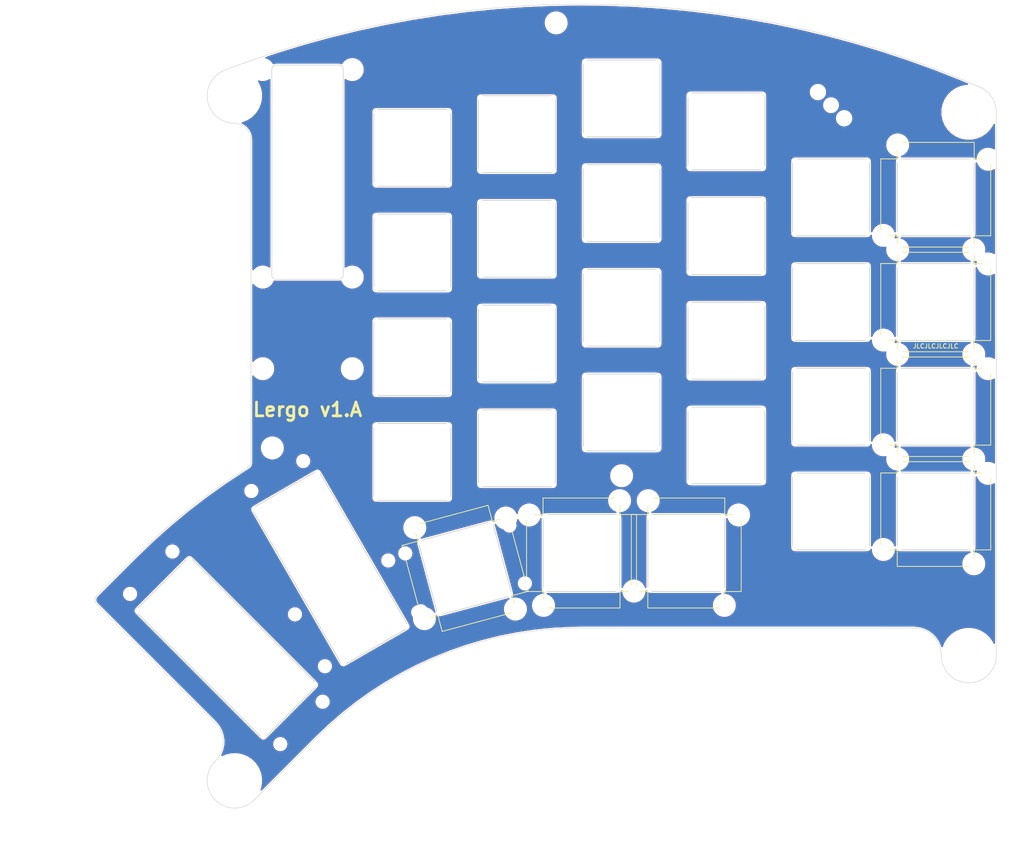
<source format=kicad_pcb>
(kicad_pcb (version 20171130) (host pcbnew 5.1.12-84ad8e8a86~92~ubuntu20.04.1)
  (title_block (title "Lergo default top plate, large cutouts") (date 2021-11-15) (rev v1.A) (company "Axel Voitier") (comment 1 "SPDX-License-Identifier: CERN-OHL-W-2.0") (comment 2 "Large cutouts variant") (comment 3 "Default Kyria layout variant"))
  (layers (0 F.Cu signal) (31 B.Cu signal) (34 B.Paste user hide) (35 F.Paste user hide) (36 B.SilkS user) (37 F.SilkS user) (38 B.Mask user hide) (39 F.Mask user hide) (44 Edge.Cuts user))
  (net 0 "")
  (module "Lergo Footprints:Arduino_ProMicro_Lergo_v1_TopPlate_Alu" (layer F.Cu) (at 111.9 58.3875)
    (fp_text reference SW2 hide)
    (fp_text value "PRO MICRO" hide)
    (fp_arc (start 5.7 9.14) (end 5.7 9.94) (angle -90) (layer Edge.Cuts) (width 0.12))
    (fp_arc (start -5.7 -28.26) (end -5.7 -29.06) (angle -90) (layer Edge.Cuts) (width 0.12))
    (fp_arc (start -5.7 9.14) (end -6.5 9.14) (angle -90) (layer Edge.Cuts) (width 0.12))
    (fp_arc (start 5.7 -28.26) (end 6.5 -28.26) (angle -90) (layer Edge.Cuts) (width 0.12))
    (fp_line (start -5.7 -29.06) (end 5.7 -29.06) (layer Edge.Cuts) (width 0.12))
    (fp_line (start 6.5 -28.26) (end 6.5 9.14) (layer Edge.Cuts) (width 0.12))
    (fp_line (start 5.7 9.94) (end -5.7 9.94) (layer Edge.Cuts) (width 0.12))
    (fp_line (start -6.5 9.14) (end -6.5 -28.26) (layer Edge.Cuts) (width 0.12))
    (pad "" np_thru_hole circle (at -8.14375 26.19375) (size 2 2) (drill 2) (layers *.Cu *.Mask) (clearance 1.1))
    (pad "" np_thru_hole circle (at 8.14375 -28.23) (size 2 2) (drill 2) (layers *.Cu *.Mask) (clearance 1.1))
    (pad "" np_thru_hole circle (at 8.14375 9.525) (size 2 2) (drill 2) (layers *.Cu *.Mask) (clearance 1.1))
    (pad "" np_thru_hole circle (at -8.14375 9.525) (size 2 2) (drill 2) (layers *.Cu *.Mask) (clearance 1.1))
    (pad "" np_thru_hole circle (at -8.14375 -28.23) (size 2 2) (drill 2) (layers *.Cu *.Mask) (clearance 1.1))
    (pad "" np_thru_hole circle (at 8.14375 26.19375) (size 2 2) (drill 2) (layers *.Cu *.Mask) (clearance 1.1))
  )
  (module "Lergo Footprints:CherryMX_Lergo_v1_TopPlate_2u_1u_Alu" (layer F.Cu) (at 116.057845 120.838155 210)
    (fp_text reference SW2 hide)
    (fp_text value KEY_SWITCH hide)
    (fp_arc (start 6.2 15.725) (end 6.2 16.525) (angle -90) (layer Edge.Cuts) (width 0.15))
    (fp_arc (start -6.2 15.725) (end -7 15.725) (angle -90) (layer Edge.Cuts) (width 0.15))
    (fp_arc (start -6.2 -15.725) (end -6.2 -16.525) (angle -90) (layer Edge.Cuts) (width 0.15))
    (fp_arc (start 6.2 -15.725) (end 7 -15.725) (angle -90) (layer Edge.Cuts) (width 0.15))
    (fp_line (start 7 15.725) (end 7 0) (layer Edge.Cuts) (width 0.15))
    (fp_line (start -6.2 16.525) (end 6.2 16.525) (layer Edge.Cuts) (width 0.15))
    (fp_line (start -7 0) (end -7 15.725) (layer Edge.Cuts) (width 0.15))
    (fp_line (start 7 0) (end 7 -15.725) (layer Edge.Cuts) (width 0.15))
    (fp_line (start 6.2 -16.525) (end -6.2 -16.525) (layer Edge.Cuts) (width 0.15))
    (fp_line (start -7 -15.725) (end -7 0) (layer Edge.Cuts) (width 0.15))
    (pad "" np_thru_hole circle (at 6.56 16.085 30) (size 1 1) (drill 1) (layers *.Cu))
    (pad "" np_thru_hole circle (at -6.56 16.085 30) (size 1 1) (drill 1) (layers *.Cu))
    (pad "" np_thru_hole circle (at -6.56 -16.085 210) (size 1 1) (drill 1) (layers *.Cu))
    (pad "" np_thru_hole circle (at 6.56 -16.085 210) (size 1 1) (drill 1) (layers *.Cu))
  )
  (module "Lergo Footprints:CherryMX_Lergo_v1_TopPlate_2u_1u_Alu" (layer F.Cu) (at 97.135413 135.364647 225)
    (fp_text reference SW2 hide)
    (fp_text value KEY_SWITCH hide)
    (fp_arc (start 6.2 15.725) (end 6.2 16.525) (angle -90) (layer Edge.Cuts) (width 0.15))
    (fp_arc (start -6.2 15.725) (end -7 15.725) (angle -90) (layer Edge.Cuts) (width 0.15))
    (fp_arc (start -6.2 -15.725) (end -6.2 -16.525) (angle -90) (layer Edge.Cuts) (width 0.15))
    (fp_arc (start 6.2 -15.725) (end 7 -15.725) (angle -90) (layer Edge.Cuts) (width 0.15))
    (fp_line (start 7 15.725) (end 7 0) (layer Edge.Cuts) (width 0.15))
    (fp_line (start -6.2 16.525) (end 6.2 16.525) (layer Edge.Cuts) (width 0.15))
    (fp_line (start -7 0) (end -7 15.725) (layer Edge.Cuts) (width 0.15))
    (fp_line (start 7 0) (end 7 -15.725) (layer Edge.Cuts) (width 0.15))
    (fp_line (start 6.2 -16.525) (end -6.2 -16.525) (layer Edge.Cuts) (width 0.15))
    (fp_line (start -7 -15.725) (end -7 0) (layer Edge.Cuts) (width 0.15))
    (pad "" np_thru_hole circle (at 6.56 16.085 45) (size 1 1) (drill 1) (layers *.Cu))
    (pad "" np_thru_hole circle (at -6.56 16.085 45) (size 1 1) (drill 1) (layers *.Cu))
    (pad "" np_thru_hole circle (at -6.56 -16.085 225) (size 1 1) (drill 1) (layers *.Cu))
    (pad "" np_thru_hole circle (at 6.56 -16.085 225) (size 1 1) (drill 1) (layers *.Cu))
  )
  (module "Lergo Footprints:CherryMX_Lergo_v1_TopPlate_1u_Drilled_Alu" (layer F.Cu) (at 180.81 118.12)
    (fp_text reference SW2 hide)
    (fp_text value KEY_SWITCH hide)
    (fp_arc (start -6.2 6.2) (end -7 6.2) (angle -90) (layer Edge.Cuts) (width 0.15))
    (fp_arc (start 6.2 -6.2) (end 7 -6.2) (angle -90) (layer Edge.Cuts) (width 0.15))
    (fp_arc (start 6.2 6.2) (end 6.2 7) (angle -90) (layer Edge.Cuts) (width 0.15))
    (fp_arc (start -6.2 -6.2) (end -6.2 -7) (angle -90) (layer Edge.Cuts) (width 0.15))
    (fp_line (start -7 -6.2) (end -7 6.2) (layer Edge.Cuts) (width 0.15))
    (fp_line (start 7 6.2) (end 7 -6.2) (layer Edge.Cuts) (width 0.15))
    (fp_line (start 6.2 -7) (end -6.2 -7) (layer Edge.Cuts) (width 0.15))
    (fp_line (start -6.2 7) (end 6.2 7) (layer Edge.Cuts) (width 0.15))
    (pad "" np_thru_hole circle (at 6.56 6.56) (size 1 1) (drill 1) (layers *.Cu))
    (pad "" np_thru_hole circle (at -6.56 6.56) (size 1 1) (drill 1) (layers *.Cu))
    (pad "" np_thru_hole circle (at -6.56 -6.56) (size 1 1) (drill 1) (layers *.Cu))
    (pad "" np_thru_hole circle (at 6.56 -6.56) (size 1 1) (drill 1) (layers *.Cu))
    (pad "" np_thru_hole circle (at -9.525 6.92375 90) (size 2 2) (drill 2) (layers *.Cu *.Mask) (clearance 1.1))
    (pad "" np_thru_hole circle (at 9.525 -6.92375 90) (size 2 2) (drill 2) (layers *.Cu *.Mask) (clearance 1.1))
    (pad "" np_thru_hole circle (at 6.92375 9.525) (size 2 2) (drill 2) (layers *.Cu *.Mask) (clearance 1.1))
    (pad "" np_thru_hole circle (at -6.92375 -9.525) (size 2 2) (drill 2) (layers *.Cu *.Mask) (clearance 1.1))
  )
  (module "Lergo Footprints:CherryMX_Lergo_v1_TopPlate_1u_Drilled_Alu" (layer B.Cu) (at 161.76 118.12)
    (fp_text reference SW2 hide)
    (fp_text value KEY_SWITCH hide)
    (fp_arc (start -6.2 -6.2) (end -7 -6.2) (angle 90) (layer Edge.Cuts) (width 0.15))
    (fp_arc (start 6.2 6.2) (end 7 6.2) (angle 90) (layer Edge.Cuts) (width 0.15))
    (fp_arc (start 6.2 -6.2) (end 6.2 -7) (angle 90) (layer Edge.Cuts) (width 0.15))
    (fp_arc (start -6.2 6.2) (end -6.2 7) (angle 90) (layer Edge.Cuts) (width 0.15))
    (fp_line (start -7 6.2) (end -7 -6.2) (layer Edge.Cuts) (width 0.15))
    (fp_line (start 7 -6.2) (end 7 6.2) (layer Edge.Cuts) (width 0.15))
    (fp_line (start 6.2 7) (end -6.2 7) (layer Edge.Cuts) (width 0.15))
    (fp_line (start -6.2 -7) (end 6.2 -7) (layer Edge.Cuts) (width 0.15))
    (pad "" np_thru_hole circle (at 6.56 -6.56) (size 1 1) (drill 1) (layers *.Cu))
    (pad "" np_thru_hole circle (at -6.56 -6.56) (size 1 1) (drill 1) (layers *.Cu))
    (pad "" np_thru_hole circle (at -6.56 6.56) (size 1 1) (drill 1) (layers *.Cu))
    (pad "" np_thru_hole circle (at 6.56 6.56) (size 1 1) (drill 1) (layers *.Cu))
    (pad "" np_thru_hole circle (at -9.525 -6.92375 270) (size 2 2) (drill 2) (layers *.Cu *.Mask) (clearance 1.1))
    (pad "" np_thru_hole circle (at 9.525 6.92375 270) (size 2 2) (drill 2) (layers *.Cu *.Mask) (clearance 1.1))
    (pad "" np_thru_hole circle (at 6.92375 -9.525) (size 2 2) (drill 2) (layers *.Cu *.Mask) (clearance 1.1))
    (pad "" np_thru_hole circle (at -6.92375 9.525) (size 2 2) (drill 2) (layers *.Cu *.Mask) (clearance 1.1))
  )
  (module "Lergo Footprints:CherryMX_Lergo_v1_TopPlate_1u_Drilled_Alu" (layer F.Cu) (at 140.575 120.91 15)
    (fp_text reference SW2 hide)
    (fp_text value KEY_SWITCH hide)
    (fp_arc (start -6.2 6.2) (end -7 6.2) (angle -90) (layer Edge.Cuts) (width 0.15))
    (fp_arc (start 6.2 -6.2) (end 7 -6.2) (angle -90) (layer Edge.Cuts) (width 0.15))
    (fp_arc (start 6.2 6.2) (end 6.2 7) (angle -90) (layer Edge.Cuts) (width 0.15))
    (fp_arc (start -6.2 -6.2) (end -6.2 -7) (angle -90) (layer Edge.Cuts) (width 0.15))
    (fp_line (start -7 -6.2) (end -7 6.2) (layer Edge.Cuts) (width 0.15))
    (fp_line (start 7 6.2) (end 7 -6.2) (layer Edge.Cuts) (width 0.15))
    (fp_line (start 6.2 -7) (end -6.2 -7) (layer Edge.Cuts) (width 0.15))
    (fp_line (start -6.2 7) (end 6.2 7) (layer Edge.Cuts) (width 0.15))
    (pad "" np_thru_hole circle (at 6.56 6.56 15) (size 1 1) (drill 1) (layers *.Cu))
    (pad "" np_thru_hole circle (at -6.56 6.56 15) (size 1 1) (drill 1) (layers *.Cu))
    (pad "" np_thru_hole circle (at -6.56 -6.56 15) (size 1 1) (drill 1) (layers *.Cu))
    (pad "" np_thru_hole circle (at 6.56 -6.56 15) (size 1 1) (drill 1) (layers *.Cu))
    (pad "" np_thru_hole circle (at -9.525 6.92375 105) (size 2 2) (drill 2) (layers *.Cu *.Mask) (clearance 1.1))
    (pad "" np_thru_hole circle (at 9.525 -6.92375 105) (size 2 2) (drill 2) (layers *.Cu *.Mask) (clearance 1.1))
    (pad "" np_thru_hole circle (at 6.92375 9.525 15) (size 2 2) (drill 2) (layers *.Cu *.Mask) (clearance 1.1))
    (pad "" np_thru_hole circle (at -6.92375 -9.525 15) (size 2 2) (drill 2) (layers *.Cu *.Mask) (clearance 1.1))
  )
  (module "Lergo Footprints:CherryMX_Lergo_v1_TopPlate_1u_Drilled_Alu" (layer F.Cu) (at 226.2 110.55)
    (fp_text reference SW2 hide)
    (fp_text value KEY_SWITCH hide)
    (fp_arc (start -6.2 6.2) (end -7 6.2) (angle -90) (layer Edge.Cuts) (width 0.15))
    (fp_arc (start 6.2 -6.2) (end 7 -6.2) (angle -90) (layer Edge.Cuts) (width 0.15))
    (fp_arc (start 6.2 6.2) (end 6.2 7) (angle -90) (layer Edge.Cuts) (width 0.15))
    (fp_arc (start -6.2 -6.2) (end -6.2 -7) (angle -90) (layer Edge.Cuts) (width 0.15))
    (fp_line (start -7 -6.2) (end -7 6.2) (layer Edge.Cuts) (width 0.15))
    (fp_line (start 7 6.2) (end 7 -6.2) (layer Edge.Cuts) (width 0.15))
    (fp_line (start 6.2 -7) (end -6.2 -7) (layer Edge.Cuts) (width 0.15))
    (fp_line (start -6.2 7) (end 6.2 7) (layer Edge.Cuts) (width 0.15))
    (pad "" np_thru_hole circle (at 6.56 6.56) (size 1 1) (drill 1) (layers *.Cu))
    (pad "" np_thru_hole circle (at -6.56 6.56) (size 1 1) (drill 1) (layers *.Cu))
    (pad "" np_thru_hole circle (at -6.56 -6.56) (size 1 1) (drill 1) (layers *.Cu))
    (pad "" np_thru_hole circle (at 6.56 -6.56) (size 1 1) (drill 1) (layers *.Cu))
    (pad "" np_thru_hole circle (at -9.525 6.92375 90) (size 2 2) (drill 2) (layers *.Cu *.Mask) (clearance 1.1))
    (pad "" np_thru_hole circle (at 9.525 -6.92375 90) (size 2 2) (drill 2) (layers *.Cu *.Mask) (clearance 1.1))
    (pad "" np_thru_hole circle (at 6.92375 9.525) (size 2 2) (drill 2) (layers *.Cu *.Mask) (clearance 1.1))
    (pad "" np_thru_hole circle (at -6.92375 -9.525) (size 2 2) (drill 2) (layers *.Cu *.Mask) (clearance 1.1))
  )
  (module "Lergo Footprints:CherryMX_Lergo_v1_TopPlate_1u_Drilled_Alu" (layer F.Cu) (at 226.2 91.5)
    (fp_text reference SW2 hide)
    (fp_text value KEY_SWITCH hide)
    (fp_arc (start -6.2 6.2) (end -7 6.2) (angle -90) (layer Edge.Cuts) (width 0.15))
    (fp_arc (start 6.2 -6.2) (end 7 -6.2) (angle -90) (layer Edge.Cuts) (width 0.15))
    (fp_arc (start 6.2 6.2) (end 6.2 7) (angle -90) (layer Edge.Cuts) (width 0.15))
    (fp_arc (start -6.2 -6.2) (end -6.2 -7) (angle -90) (layer Edge.Cuts) (width 0.15))
    (fp_line (start -7 -6.2) (end -7 6.2) (layer Edge.Cuts) (width 0.15))
    (fp_line (start 7 6.2) (end 7 -6.2) (layer Edge.Cuts) (width 0.15))
    (fp_line (start 6.2 -7) (end -6.2 -7) (layer Edge.Cuts) (width 0.15))
    (fp_line (start -6.2 7) (end 6.2 7) (layer Edge.Cuts) (width 0.15))
    (pad "" np_thru_hole circle (at 6.56 6.56) (size 1 1) (drill 1) (layers *.Cu))
    (pad "" np_thru_hole circle (at -6.56 6.56) (size 1 1) (drill 1) (layers *.Cu))
    (pad "" np_thru_hole circle (at -6.56 -6.56) (size 1 1) (drill 1) (layers *.Cu))
    (pad "" np_thru_hole circle (at 6.56 -6.56) (size 1 1) (drill 1) (layers *.Cu))
    (pad "" np_thru_hole circle (at -9.525 6.92375 90) (size 2 2) (drill 2) (layers *.Cu *.Mask) (clearance 1.1))
    (pad "" np_thru_hole circle (at 9.525 -6.92375 90) (size 2 2) (drill 2) (layers *.Cu *.Mask) (clearance 1.1))
    (pad "" np_thru_hole circle (at 6.92375 9.525) (size 2 2) (drill 2) (layers *.Cu *.Mask) (clearance 1.1))
    (pad "" np_thru_hole circle (at -6.92375 -9.525) (size 2 2) (drill 2) (layers *.Cu *.Mask) (clearance 1.1))
  )
  (module "Lergo Footprints:CherryMX_Lergo_v1_TopPlate_1u_Drilled_Alu" (layer F.Cu) (at 226.2 72.45)
    (fp_text reference SW2 hide)
    (fp_text value KEY_SWITCH hide)
    (fp_arc (start -6.2 6.2) (end -7 6.2) (angle -90) (layer Edge.Cuts) (width 0.15))
    (fp_arc (start 6.2 -6.2) (end 7 -6.2) (angle -90) (layer Edge.Cuts) (width 0.15))
    (fp_arc (start 6.2 6.2) (end 6.2 7) (angle -90) (layer Edge.Cuts) (width 0.15))
    (fp_arc (start -6.2 -6.2) (end -6.2 -7) (angle -90) (layer Edge.Cuts) (width 0.15))
    (fp_line (start -7 -6.2) (end -7 6.2) (layer Edge.Cuts) (width 0.15))
    (fp_line (start 7 6.2) (end 7 -6.2) (layer Edge.Cuts) (width 0.15))
    (fp_line (start 6.2 -7) (end -6.2 -7) (layer Edge.Cuts) (width 0.15))
    (fp_line (start -6.2 7) (end 6.2 7) (layer Edge.Cuts) (width 0.15))
    (pad "" np_thru_hole circle (at 6.56 6.56) (size 1 1) (drill 1) (layers *.Cu))
    (pad "" np_thru_hole circle (at -6.56 6.56) (size 1 1) (drill 1) (layers *.Cu))
    (pad "" np_thru_hole circle (at -6.56 -6.56) (size 1 1) (drill 1) (layers *.Cu))
    (pad "" np_thru_hole circle (at 6.56 -6.56) (size 1 1) (drill 1) (layers *.Cu))
    (pad "" np_thru_hole circle (at -9.525 6.92375 90) (size 2 2) (drill 2) (layers *.Cu *.Mask) (clearance 1.1))
    (pad "" np_thru_hole circle (at 9.525 -6.92375 90) (size 2 2) (drill 2) (layers *.Cu *.Mask) (clearance 1.1))
    (pad "" np_thru_hole circle (at 6.92375 9.525) (size 2 2) (drill 2) (layers *.Cu *.Mask) (clearance 1.1))
    (pad "" np_thru_hole circle (at -6.92375 -9.525) (size 2 2) (drill 2) (layers *.Cu *.Mask) (clearance 1.1))
  )
  (module "Lergo Footprints:CherryMX_Lergo_v1_TopPlate_1u_Drilled_Alu" (layer F.Cu) (at 226.2 53.4)
    (fp_text reference SW2 hide)
    (fp_text value KEY_SWITCH hide)
    (fp_arc (start -6.2 6.2) (end -7 6.2) (angle -90) (layer Edge.Cuts) (width 0.15))
    (fp_arc (start 6.2 -6.2) (end 7 -6.2) (angle -90) (layer Edge.Cuts) (width 0.15))
    (fp_arc (start 6.2 6.2) (end 6.2 7) (angle -90) (layer Edge.Cuts) (width 0.15))
    (fp_arc (start -6.2 -6.2) (end -6.2 -7) (angle -90) (layer Edge.Cuts) (width 0.15))
    (fp_line (start -7 -6.2) (end -7 6.2) (layer Edge.Cuts) (width 0.15))
    (fp_line (start 7 6.2) (end 7 -6.2) (layer Edge.Cuts) (width 0.15))
    (fp_line (start 6.2 -7) (end -6.2 -7) (layer Edge.Cuts) (width 0.15))
    (fp_line (start -6.2 7) (end 6.2 7) (layer Edge.Cuts) (width 0.15))
    (pad "" np_thru_hole circle (at 6.56 6.56) (size 1 1) (drill 1) (layers *.Cu))
    (pad "" np_thru_hole circle (at -6.56 6.56) (size 1 1) (drill 1) (layers *.Cu))
    (pad "" np_thru_hole circle (at -6.56 -6.56) (size 1 1) (drill 1) (layers *.Cu))
    (pad "" np_thru_hole circle (at 6.56 -6.56) (size 1 1) (drill 1) (layers *.Cu))
    (pad "" np_thru_hole circle (at -9.525 6.92375 90) (size 2 2) (drill 2) (layers *.Cu *.Mask) (clearance 1.1))
    (pad "" np_thru_hole circle (at 9.525 -6.92375 90) (size 2 2) (drill 2) (layers *.Cu *.Mask) (clearance 1.1))
    (pad "" np_thru_hole circle (at 6.92375 9.525) (size 2 2) (drill 2) (layers *.Cu *.Mask) (clearance 1.1))
    (pad "" np_thru_hole circle (at -6.92375 -9.525) (size 2 2) (drill 2) (layers *.Cu *.Mask) (clearance 1.1))
  )
  (module "Lergo Footprints:CherryMX_Lergo_v1_TopPlate_1u_Alu" (layer F.Cu) (at 150 60.95)
    (fp_text reference SW2 hide)
    (fp_text value KEY_SWITCH hide)
    (fp_arc (start 6.2 -6.2) (end 7 -6.2) (angle -90) (layer Edge.Cuts) (width 0.15))
    (fp_arc (start -6.2 6.2) (end -7 6.2) (angle -90) (layer Edge.Cuts) (width 0.15))
    (fp_arc (start 6.2 6.2) (end 6.2 7) (angle -90) (layer Edge.Cuts) (width 0.15))
    (fp_arc (start -6.2 -6.2) (end -6.2 -7) (angle -90) (layer Edge.Cuts) (width 0.15))
    (fp_line (start -7 -6.2) (end -7 6.2) (layer Edge.Cuts) (width 0.15))
    (fp_line (start -6.2 7) (end 6.2 7) (layer Edge.Cuts) (width 0.15))
    (fp_line (start 7 6.2) (end 7 -6.2) (layer Edge.Cuts) (width 0.15))
    (fp_line (start 6.2 -7) (end -6.2 -7) (layer Edge.Cuts) (width 0.15))
    (pad "" np_thru_hole circle (at 6.56 -6.56) (size 1 1) (drill 1) (layers *.Cu))
    (pad "" np_thru_hole circle (at -6.56 -6.56) (size 1 1) (drill 1) (layers *.Cu))
    (pad "" np_thru_hole circle (at 6.56 6.56) (size 1 1) (drill 1) (layers *.Cu))
    (pad "" np_thru_hole circle (at -6.56 6.56) (size 1 1) (drill 1) (layers *.Cu))
  )
  (module "Lergo Footprints:CherryMX_Lergo_v1_TopPlate_1u_Alu" (layer F.Cu) (at 207.15 72.45)
    (fp_text reference SW2 hide)
    (fp_text value KEY_SWITCH hide)
    (fp_arc (start 6.2 -6.2) (end 7 -6.2) (angle -90) (layer Edge.Cuts) (width 0.15))
    (fp_arc (start -6.2 6.2) (end -7 6.2) (angle -90) (layer Edge.Cuts) (width 0.15))
    (fp_arc (start 6.2 6.2) (end 6.2 7) (angle -90) (layer Edge.Cuts) (width 0.15))
    (fp_arc (start -6.2 -6.2) (end -6.2 -7) (angle -90) (layer Edge.Cuts) (width 0.15))
    (fp_line (start -7 -6.2) (end -7 6.2) (layer Edge.Cuts) (width 0.15))
    (fp_line (start -6.2 7) (end 6.2 7) (layer Edge.Cuts) (width 0.15))
    (fp_line (start 7 6.2) (end 7 -6.2) (layer Edge.Cuts) (width 0.15))
    (fp_line (start 6.2 -7) (end -6.2 -7) (layer Edge.Cuts) (width 0.15))
    (pad "" np_thru_hole circle (at 6.56 -6.56) (size 1 1) (drill 1) (layers *.Cu))
    (pad "" np_thru_hole circle (at -6.56 -6.56) (size 1 1) (drill 1) (layers *.Cu))
    (pad "" np_thru_hole circle (at 6.56 6.56) (size 1 1) (drill 1) (layers *.Cu))
    (pad "" np_thru_hole circle (at -6.56 6.56) (size 1 1) (drill 1) (layers *.Cu))
  )
  (module "Lergo Footprints:CherryMX_Lergo_v1_TopPlate_1u_Alu" (layer F.Cu) (at 207.15 91.5)
    (fp_text reference SW2 hide)
    (fp_text value KEY_SWITCH hide)
    (fp_arc (start 6.2 -6.2) (end 7 -6.2) (angle -90) (layer Edge.Cuts) (width 0.15))
    (fp_arc (start -6.2 6.2) (end -7 6.2) (angle -90) (layer Edge.Cuts) (width 0.15))
    (fp_arc (start 6.2 6.2) (end 6.2 7) (angle -90) (layer Edge.Cuts) (width 0.15))
    (fp_arc (start -6.2 -6.2) (end -6.2 -7) (angle -90) (layer Edge.Cuts) (width 0.15))
    (fp_line (start -7 -6.2) (end -7 6.2) (layer Edge.Cuts) (width 0.15))
    (fp_line (start -6.2 7) (end 6.2 7) (layer Edge.Cuts) (width 0.15))
    (fp_line (start 7 6.2) (end 7 -6.2) (layer Edge.Cuts) (width 0.15))
    (fp_line (start 6.2 -7) (end -6.2 -7) (layer Edge.Cuts) (width 0.15))
    (pad "" np_thru_hole circle (at 6.56 -6.56) (size 1 1) (drill 1) (layers *.Cu))
    (pad "" np_thru_hole circle (at -6.56 -6.56) (size 1 1) (drill 1) (layers *.Cu))
    (pad "" np_thru_hole circle (at 6.56 6.56) (size 1 1) (drill 1) (layers *.Cu))
    (pad "" np_thru_hole circle (at -6.56 6.56) (size 1 1) (drill 1) (layers *.Cu))
  )
  (module "Lergo Footprints:CherryMX_Lergo_v1_TopPlate_1u_Alu" (layer F.Cu) (at 188.1 79.5)
    (fp_text reference SW2 hide)
    (fp_text value KEY_SWITCH hide)
    (fp_arc (start 6.2 -6.2) (end 7 -6.2) (angle -90) (layer Edge.Cuts) (width 0.15))
    (fp_arc (start -6.2 6.2) (end -7 6.2) (angle -90) (layer Edge.Cuts) (width 0.15))
    (fp_arc (start 6.2 6.2) (end 6.2 7) (angle -90) (layer Edge.Cuts) (width 0.15))
    (fp_arc (start -6.2 -6.2) (end -6.2 -7) (angle -90) (layer Edge.Cuts) (width 0.15))
    (fp_line (start -7 -6.2) (end -7 6.2) (layer Edge.Cuts) (width 0.15))
    (fp_line (start -6.2 7) (end 6.2 7) (layer Edge.Cuts) (width 0.15))
    (fp_line (start 7 6.2) (end 7 -6.2) (layer Edge.Cuts) (width 0.15))
    (fp_line (start 6.2 -7) (end -6.2 -7) (layer Edge.Cuts) (width 0.15))
    (pad "" np_thru_hole circle (at 6.56 -6.56) (size 1 1) (drill 1) (layers *.Cu))
    (pad "" np_thru_hole circle (at -6.56 -6.56) (size 1 1) (drill 1) (layers *.Cu))
    (pad "" np_thru_hole circle (at 6.56 6.56) (size 1 1) (drill 1) (layers *.Cu))
    (pad "" np_thru_hole circle (at -6.56 6.56) (size 1 1) (drill 1) (layers *.Cu))
  )
  (module "Lergo Footprints:CherryMX_Lergo_v1_TopPlate_1u_Alu" (layer F.Cu) (at 169.05 73.5)
    (fp_text reference SW2 hide)
    (fp_text value KEY_SWITCH hide)
    (fp_arc (start 6.2 -6.2) (end 7 -6.2) (angle -90) (layer Edge.Cuts) (width 0.15))
    (fp_arc (start -6.2 6.2) (end -7 6.2) (angle -90) (layer Edge.Cuts) (width 0.15))
    (fp_arc (start 6.2 6.2) (end 6.2 7) (angle -90) (layer Edge.Cuts) (width 0.15))
    (fp_arc (start -6.2 -6.2) (end -6.2 -7) (angle -90) (layer Edge.Cuts) (width 0.15))
    (fp_line (start -7 -6.2) (end -7 6.2) (layer Edge.Cuts) (width 0.15))
    (fp_line (start -6.2 7) (end 6.2 7) (layer Edge.Cuts) (width 0.15))
    (fp_line (start 7 6.2) (end 7 -6.2) (layer Edge.Cuts) (width 0.15))
    (fp_line (start 6.2 -7) (end -6.2 -7) (layer Edge.Cuts) (width 0.15))
    (pad "" np_thru_hole circle (at 6.56 -6.56) (size 1 1) (drill 1) (layers *.Cu))
    (pad "" np_thru_hole circle (at -6.56 -6.56) (size 1 1) (drill 1) (layers *.Cu))
    (pad "" np_thru_hole circle (at 6.56 6.56) (size 1 1) (drill 1) (layers *.Cu))
    (pad "" np_thru_hole circle (at -6.56 6.56) (size 1 1) (drill 1) (layers *.Cu))
  )
  (module "Lergo Footprints:CherryMX_Lergo_v1_TopPlate_1u_Alu" (layer F.Cu) (at 130.95 82.5)
    (fp_text reference SW2 hide)
    (fp_text value KEY_SWITCH hide)
    (fp_arc (start 6.2 -6.2) (end 7 -6.2) (angle -90) (layer Edge.Cuts) (width 0.15))
    (fp_arc (start -6.2 6.2) (end -7 6.2) (angle -90) (layer Edge.Cuts) (width 0.15))
    (fp_arc (start 6.2 6.2) (end 6.2 7) (angle -90) (layer Edge.Cuts) (width 0.15))
    (fp_arc (start -6.2 -6.2) (end -6.2 -7) (angle -90) (layer Edge.Cuts) (width 0.15))
    (fp_line (start -7 -6.2) (end -7 6.2) (layer Edge.Cuts) (width 0.15))
    (fp_line (start -6.2 7) (end 6.2 7) (layer Edge.Cuts) (width 0.15))
    (fp_line (start 7 6.2) (end 7 -6.2) (layer Edge.Cuts) (width 0.15))
    (fp_line (start 6.2 -7) (end -6.2 -7) (layer Edge.Cuts) (width 0.15))
    (pad "" np_thru_hole circle (at 6.56 -6.56) (size 1 1) (drill 1) (layers *.Cu))
    (pad "" np_thru_hole circle (at -6.56 -6.56) (size 1 1) (drill 1) (layers *.Cu))
    (pad "" np_thru_hole circle (at 6.56 6.56) (size 1 1) (drill 1) (layers *.Cu))
    (pad "" np_thru_hole circle (at -6.56 6.56) (size 1 1) (drill 1) (layers *.Cu))
  )
  (module "Lergo Footprints:CherryMX_Lergo_v1_TopPlate_1u_Alu" (layer F.Cu) (at 150 80)
    (fp_text reference SW2 hide)
    (fp_text value KEY_SWITCH hide)
    (fp_arc (start 6.2 -6.2) (end 7 -6.2) (angle -90) (layer Edge.Cuts) (width 0.15))
    (fp_arc (start -6.2 6.2) (end -7 6.2) (angle -90) (layer Edge.Cuts) (width 0.15))
    (fp_arc (start 6.2 6.2) (end 6.2 7) (angle -90) (layer Edge.Cuts) (width 0.15))
    (fp_arc (start -6.2 -6.2) (end -6.2 -7) (angle -90) (layer Edge.Cuts) (width 0.15))
    (fp_line (start -7 -6.2) (end -7 6.2) (layer Edge.Cuts) (width 0.15))
    (fp_line (start -6.2 7) (end 6.2 7) (layer Edge.Cuts) (width 0.15))
    (fp_line (start 7 6.2) (end 7 -6.2) (layer Edge.Cuts) (width 0.15))
    (fp_line (start 6.2 -7) (end -6.2 -7) (layer Edge.Cuts) (width 0.15))
    (pad "" np_thru_hole circle (at 6.56 -6.56) (size 1 1) (drill 1) (layers *.Cu))
    (pad "" np_thru_hole circle (at -6.56 -6.56) (size 1 1) (drill 1) (layers *.Cu))
    (pad "" np_thru_hole circle (at 6.56 6.56) (size 1 1) (drill 1) (layers *.Cu))
    (pad "" np_thru_hole circle (at -6.56 6.56) (size 1 1) (drill 1) (layers *.Cu))
  )
  (module "Lergo Footprints:CherryMX_Lergo_v1_TopPlate_1u_Alu" (layer F.Cu) (at 130.95 101.55)
    (fp_text reference SW2 hide)
    (fp_text value KEY_SWITCH hide)
    (fp_arc (start 6.2 -6.2) (end 7 -6.2) (angle -90) (layer Edge.Cuts) (width 0.15))
    (fp_arc (start -6.2 6.2) (end -7 6.2) (angle -90) (layer Edge.Cuts) (width 0.15))
    (fp_arc (start 6.2 6.2) (end 6.2 7) (angle -90) (layer Edge.Cuts) (width 0.15))
    (fp_arc (start -6.2 -6.2) (end -6.2 -7) (angle -90) (layer Edge.Cuts) (width 0.15))
    (fp_line (start -7 -6.2) (end -7 6.2) (layer Edge.Cuts) (width 0.15))
    (fp_line (start -6.2 7) (end 6.2 7) (layer Edge.Cuts) (width 0.15))
    (fp_line (start 7 6.2) (end 7 -6.2) (layer Edge.Cuts) (width 0.15))
    (fp_line (start 6.2 -7) (end -6.2 -7) (layer Edge.Cuts) (width 0.15))
    (pad "" np_thru_hole circle (at 6.56 -6.56) (size 1 1) (drill 1) (layers *.Cu))
    (pad "" np_thru_hole circle (at -6.56 -6.56) (size 1 1) (drill 1) (layers *.Cu))
    (pad "" np_thru_hole circle (at 6.56 6.56) (size 1 1) (drill 1) (layers *.Cu))
    (pad "" np_thru_hole circle (at -6.56 6.56) (size 1 1) (drill 1) (layers *.Cu))
  )
  (module "Lergo Footprints:CherryMX_Lergo_v1_TopPlate_1u_Alu" (layer F.Cu) (at 130.95 63.45)
    (fp_text reference SW2 hide)
    (fp_text value KEY_SWITCH hide)
    (fp_arc (start 6.2 -6.2) (end 7 -6.2) (angle -90) (layer Edge.Cuts) (width 0.15))
    (fp_arc (start -6.2 6.2) (end -7 6.2) (angle -90) (layer Edge.Cuts) (width 0.15))
    (fp_arc (start 6.2 6.2) (end 6.2 7) (angle -90) (layer Edge.Cuts) (width 0.15))
    (fp_arc (start -6.2 -6.2) (end -6.2 -7) (angle -90) (layer Edge.Cuts) (width 0.15))
    (fp_line (start -7 -6.2) (end -7 6.2) (layer Edge.Cuts) (width 0.15))
    (fp_line (start -6.2 7) (end 6.2 7) (layer Edge.Cuts) (width 0.15))
    (fp_line (start 7 6.2) (end 7 -6.2) (layer Edge.Cuts) (width 0.15))
    (fp_line (start 6.2 -7) (end -6.2 -7) (layer Edge.Cuts) (width 0.15))
    (pad "" np_thru_hole circle (at 6.56 -6.56) (size 1 1) (drill 1) (layers *.Cu))
    (pad "" np_thru_hole circle (at -6.56 -6.56) (size 1 1) (drill 1) (layers *.Cu))
    (pad "" np_thru_hole circle (at 6.56 6.56) (size 1 1) (drill 1) (layers *.Cu))
    (pad "" np_thru_hole circle (at -6.56 6.56) (size 1 1) (drill 1) (layers *.Cu))
  )
  (module "Lergo Footprints:CherryMX_Lergo_v1_TopPlate_1u_Alu" (layer F.Cu) (at 150 41.9)
    (fp_text reference SW2 hide)
    (fp_text value KEY_SWITCH hide)
    (fp_arc (start 6.2 -6.2) (end 7 -6.2) (angle -90) (layer Edge.Cuts) (width 0.15))
    (fp_arc (start -6.2 6.2) (end -7 6.2) (angle -90) (layer Edge.Cuts) (width 0.15))
    (fp_arc (start 6.2 6.2) (end 6.2 7) (angle -90) (layer Edge.Cuts) (width 0.15))
    (fp_arc (start -6.2 -6.2) (end -6.2 -7) (angle -90) (layer Edge.Cuts) (width 0.15))
    (fp_line (start -7 -6.2) (end -7 6.2) (layer Edge.Cuts) (width 0.15))
    (fp_line (start -6.2 7) (end 6.2 7) (layer Edge.Cuts) (width 0.15))
    (fp_line (start 7 6.2) (end 7 -6.2) (layer Edge.Cuts) (width 0.15))
    (fp_line (start 6.2 -7) (end -6.2 -7) (layer Edge.Cuts) (width 0.15))
    (pad "" np_thru_hole circle (at 6.56 -6.56) (size 1 1) (drill 1) (layers *.Cu))
    (pad "" np_thru_hole circle (at -6.56 -6.56) (size 1 1) (drill 1) (layers *.Cu))
    (pad "" np_thru_hole circle (at 6.56 6.56) (size 1 1) (drill 1) (layers *.Cu))
    (pad "" np_thru_hole circle (at -6.56 6.56) (size 1 1) (drill 1) (layers *.Cu))
  )
  (module "Lergo Footprints:CherryMX_Lergo_v1_TopPlate_1u_Alu" (layer F.Cu) (at 169.05 92.55)
    (fp_text reference SW2 hide)
    (fp_text value KEY_SWITCH hide)
    (fp_arc (start 6.2 -6.2) (end 7 -6.2) (angle -90) (layer Edge.Cuts) (width 0.15))
    (fp_arc (start -6.2 6.2) (end -7 6.2) (angle -90) (layer Edge.Cuts) (width 0.15))
    (fp_arc (start 6.2 6.2) (end 6.2 7) (angle -90) (layer Edge.Cuts) (width 0.15))
    (fp_arc (start -6.2 -6.2) (end -6.2 -7) (angle -90) (layer Edge.Cuts) (width 0.15))
    (fp_line (start -7 -6.2) (end -7 6.2) (layer Edge.Cuts) (width 0.15))
    (fp_line (start -6.2 7) (end 6.2 7) (layer Edge.Cuts) (width 0.15))
    (fp_line (start 7 6.2) (end 7 -6.2) (layer Edge.Cuts) (width 0.15))
    (fp_line (start 6.2 -7) (end -6.2 -7) (layer Edge.Cuts) (width 0.15))
    (pad "" np_thru_hole circle (at 6.56 -6.56) (size 1 1) (drill 1) (layers *.Cu))
    (pad "" np_thru_hole circle (at -6.56 -6.56) (size 1 1) (drill 1) (layers *.Cu))
    (pad "" np_thru_hole circle (at 6.56 6.56) (size 1 1) (drill 1) (layers *.Cu))
    (pad "" np_thru_hole circle (at -6.56 6.56) (size 1 1) (drill 1) (layers *.Cu))
  )
  (module "Lergo Footprints:CherryMX_Lergo_v1_TopPlate_1u_Alu" (layer F.Cu) (at 169.05 54.45)
    (fp_text reference SW2 hide)
    (fp_text value KEY_SWITCH hide)
    (fp_arc (start 6.2 -6.2) (end 7 -6.2) (angle -90) (layer Edge.Cuts) (width 0.15))
    (fp_arc (start -6.2 6.2) (end -7 6.2) (angle -90) (layer Edge.Cuts) (width 0.15))
    (fp_arc (start 6.2 6.2) (end 6.2 7) (angle -90) (layer Edge.Cuts) (width 0.15))
    (fp_arc (start -6.2 -6.2) (end -6.2 -7) (angle -90) (layer Edge.Cuts) (width 0.15))
    (fp_line (start -7 -6.2) (end -7 6.2) (layer Edge.Cuts) (width 0.15))
    (fp_line (start -6.2 7) (end 6.2 7) (layer Edge.Cuts) (width 0.15))
    (fp_line (start 7 6.2) (end 7 -6.2) (layer Edge.Cuts) (width 0.15))
    (fp_line (start 6.2 -7) (end -6.2 -7) (layer Edge.Cuts) (width 0.15))
    (pad "" np_thru_hole circle (at 6.56 -6.56) (size 1 1) (drill 1) (layers *.Cu))
    (pad "" np_thru_hole circle (at -6.56 -6.56) (size 1 1) (drill 1) (layers *.Cu))
    (pad "" np_thru_hole circle (at 6.56 6.56) (size 1 1) (drill 1) (layers *.Cu))
    (pad "" np_thru_hole circle (at -6.56 6.56) (size 1 1) (drill 1) (layers *.Cu))
  )
  (module "Lergo Footprints:CherryMX_Lergo_v1_TopPlate_1u_Alu" (layer F.Cu) (at 169.05 35.4)
    (fp_text reference SW2 hide)
    (fp_text value KEY_SWITCH hide)
    (fp_arc (start 6.2 -6.2) (end 7 -6.2) (angle -90) (layer Edge.Cuts) (width 0.15))
    (fp_arc (start -6.2 6.2) (end -7 6.2) (angle -90) (layer Edge.Cuts) (width 0.15))
    (fp_arc (start 6.2 6.2) (end 6.2 7) (angle -90) (layer Edge.Cuts) (width 0.15))
    (fp_arc (start -6.2 -6.2) (end -6.2 -7) (angle -90) (layer Edge.Cuts) (width 0.15))
    (fp_line (start -7 -6.2) (end -7 6.2) (layer Edge.Cuts) (width 0.15))
    (fp_line (start -6.2 7) (end 6.2 7) (layer Edge.Cuts) (width 0.15))
    (fp_line (start 7 6.2) (end 7 -6.2) (layer Edge.Cuts) (width 0.15))
    (fp_line (start 6.2 -7) (end -6.2 -7) (layer Edge.Cuts) (width 0.15))
    (pad "" np_thru_hole circle (at 6.56 -6.56) (size 1 1) (drill 1) (layers *.Cu))
    (pad "" np_thru_hole circle (at -6.56 -6.56) (size 1 1) (drill 1) (layers *.Cu))
    (pad "" np_thru_hole circle (at 6.56 6.56) (size 1 1) (drill 1) (layers *.Cu))
    (pad "" np_thru_hole circle (at -6.56 6.56) (size 1 1) (drill 1) (layers *.Cu))
  )
  (module "Lergo Footprints:CherryMX_Lergo_v1_TopPlate_1u_Alu" (layer F.Cu) (at 188.1 98.55)
    (fp_text reference SW2 hide)
    (fp_text value KEY_SWITCH hide)
    (fp_arc (start 6.2 -6.2) (end 7 -6.2) (angle -90) (layer Edge.Cuts) (width 0.15))
    (fp_arc (start -6.2 6.2) (end -7 6.2) (angle -90) (layer Edge.Cuts) (width 0.15))
    (fp_arc (start 6.2 6.2) (end 6.2 7) (angle -90) (layer Edge.Cuts) (width 0.15))
    (fp_arc (start -6.2 -6.2) (end -6.2 -7) (angle -90) (layer Edge.Cuts) (width 0.15))
    (fp_line (start -7 -6.2) (end -7 6.2) (layer Edge.Cuts) (width 0.15))
    (fp_line (start -6.2 7) (end 6.2 7) (layer Edge.Cuts) (width 0.15))
    (fp_line (start 7 6.2) (end 7 -6.2) (layer Edge.Cuts) (width 0.15))
    (fp_line (start 6.2 -7) (end -6.2 -7) (layer Edge.Cuts) (width 0.15))
    (pad "" np_thru_hole circle (at 6.56 -6.56) (size 1 1) (drill 1) (layers *.Cu))
    (pad "" np_thru_hole circle (at -6.56 -6.56) (size 1 1) (drill 1) (layers *.Cu))
    (pad "" np_thru_hole circle (at 6.56 6.56) (size 1 1) (drill 1) (layers *.Cu))
    (pad "" np_thru_hole circle (at -6.56 6.56) (size 1 1) (drill 1) (layers *.Cu))
  )
  (module "Lergo Footprints:CherryMX_Lergo_v1_TopPlate_1u_Alu" (layer F.Cu) (at 188.1 60.45)
    (fp_text reference SW2 hide)
    (fp_text value KEY_SWITCH hide)
    (fp_arc (start 6.2 -6.2) (end 7 -6.2) (angle -90) (layer Edge.Cuts) (width 0.15))
    (fp_arc (start -6.2 6.2) (end -7 6.2) (angle -90) (layer Edge.Cuts) (width 0.15))
    (fp_arc (start 6.2 6.2) (end 6.2 7) (angle -90) (layer Edge.Cuts) (width 0.15))
    (fp_arc (start -6.2 -6.2) (end -6.2 -7) (angle -90) (layer Edge.Cuts) (width 0.15))
    (fp_line (start -7 -6.2) (end -7 6.2) (layer Edge.Cuts) (width 0.15))
    (fp_line (start -6.2 7) (end 6.2 7) (layer Edge.Cuts) (width 0.15))
    (fp_line (start 7 6.2) (end 7 -6.2) (layer Edge.Cuts) (width 0.15))
    (fp_line (start 6.2 -7) (end -6.2 -7) (layer Edge.Cuts) (width 0.15))
    (pad "" np_thru_hole circle (at 6.56 -6.56) (size 1 1) (drill 1) (layers *.Cu))
    (pad "" np_thru_hole circle (at -6.56 -6.56) (size 1 1) (drill 1) (layers *.Cu))
    (pad "" np_thru_hole circle (at 6.56 6.56) (size 1 1) (drill 1) (layers *.Cu))
    (pad "" np_thru_hole circle (at -6.56 6.56) (size 1 1) (drill 1) (layers *.Cu))
  )
  (module "Lergo Footprints:CherryMX_Lergo_v1_TopPlate_1u_Alu" (layer F.Cu) (at 188.1 41.4)
    (fp_text reference SW2 hide)
    (fp_text value KEY_SWITCH hide)
    (fp_arc (start 6.2 -6.2) (end 7 -6.2) (angle -90) (layer Edge.Cuts) (width 0.15))
    (fp_arc (start -6.2 6.2) (end -7 6.2) (angle -90) (layer Edge.Cuts) (width 0.15))
    (fp_arc (start 6.2 6.2) (end 6.2 7) (angle -90) (layer Edge.Cuts) (width 0.15))
    (fp_arc (start -6.2 -6.2) (end -6.2 -7) (angle -90) (layer Edge.Cuts) (width 0.15))
    (fp_line (start -7 -6.2) (end -7 6.2) (layer Edge.Cuts) (width 0.15))
    (fp_line (start -6.2 7) (end 6.2 7) (layer Edge.Cuts) (width 0.15))
    (fp_line (start 7 6.2) (end 7 -6.2) (layer Edge.Cuts) (width 0.15))
    (fp_line (start 6.2 -7) (end -6.2 -7) (layer Edge.Cuts) (width 0.15))
    (pad "" np_thru_hole circle (at 6.56 -6.56) (size 1 1) (drill 1) (layers *.Cu))
    (pad "" np_thru_hole circle (at -6.56 -6.56) (size 1 1) (drill 1) (layers *.Cu))
    (pad "" np_thru_hole circle (at 6.56 6.56) (size 1 1) (drill 1) (layers *.Cu))
    (pad "" np_thru_hole circle (at -6.56 6.56) (size 1 1) (drill 1) (layers *.Cu))
  )
  (module "Lergo Footprints:CherryMX_Lergo_v1_TopPlate_1u_Alu" (layer F.Cu) (at 207.15 110.55)
    (fp_text reference SW2 hide)
    (fp_text value KEY_SWITCH hide)
    (fp_arc (start 6.2 -6.2) (end 7 -6.2) (angle -90) (layer Edge.Cuts) (width 0.15))
    (fp_arc (start -6.2 6.2) (end -7 6.2) (angle -90) (layer Edge.Cuts) (width 0.15))
    (fp_arc (start 6.2 6.2) (end 6.2 7) (angle -90) (layer Edge.Cuts) (width 0.15))
    (fp_arc (start -6.2 -6.2) (end -6.2 -7) (angle -90) (layer Edge.Cuts) (width 0.15))
    (fp_line (start -7 -6.2) (end -7 6.2) (layer Edge.Cuts) (width 0.15))
    (fp_line (start -6.2 7) (end 6.2 7) (layer Edge.Cuts) (width 0.15))
    (fp_line (start 7 6.2) (end 7 -6.2) (layer Edge.Cuts) (width 0.15))
    (fp_line (start 6.2 -7) (end -6.2 -7) (layer Edge.Cuts) (width 0.15))
    (pad "" np_thru_hole circle (at 6.56 -6.56) (size 1 1) (drill 1) (layers *.Cu))
    (pad "" np_thru_hole circle (at -6.56 -6.56) (size 1 1) (drill 1) (layers *.Cu))
    (pad "" np_thru_hole circle (at 6.56 6.56) (size 1 1) (drill 1) (layers *.Cu))
    (pad "" np_thru_hole circle (at -6.56 6.56) (size 1 1) (drill 1) (layers *.Cu))
  )
  (module "Lergo Footprints:CherryMX_Lergo_v1_TopPlate_1u_Alu" (layer F.Cu) (at 207.15 53.4)
    (fp_text reference SW2 hide)
    (fp_text value KEY_SWITCH hide)
    (fp_arc (start 6.2 -6.2) (end 7 -6.2) (angle -90) (layer Edge.Cuts) (width 0.15))
    (fp_arc (start -6.2 6.2) (end -7 6.2) (angle -90) (layer Edge.Cuts) (width 0.15))
    (fp_arc (start 6.2 6.2) (end 6.2 7) (angle -90) (layer Edge.Cuts) (width 0.15))
    (fp_arc (start -6.2 -6.2) (end -6.2 -7) (angle -90) (layer Edge.Cuts) (width 0.15))
    (fp_line (start -7 -6.2) (end -7 6.2) (layer Edge.Cuts) (width 0.15))
    (fp_line (start -6.2 7) (end 6.2 7) (layer Edge.Cuts) (width 0.15))
    (fp_line (start 7 6.2) (end 7 -6.2) (layer Edge.Cuts) (width 0.15))
    (fp_line (start 6.2 -7) (end -6.2 -7) (layer Edge.Cuts) (width 0.15))
    (pad "" np_thru_hole circle (at 6.56 -6.56) (size 1 1) (drill 1) (layers *.Cu))
    (pad "" np_thru_hole circle (at -6.56 -6.56) (size 1 1) (drill 1) (layers *.Cu))
    (pad "" np_thru_hole circle (at 6.56 6.56) (size 1 1) (drill 1) (layers *.Cu))
    (pad "" np_thru_hole circle (at -6.56 6.56) (size 1 1) (drill 1) (layers *.Cu))
  )
  (module "Lergo Footprints:CherryMX_Lergo_v1_TopPlate_1u_Alu" (layer F.Cu) (at 130.95 44.4)
    (fp_text reference SW2 hide)
    (fp_text value KEY_SWITCH hide)
    (fp_arc (start 6.2 -6.2) (end 7 -6.2) (angle -90) (layer Edge.Cuts) (width 0.15))
    (fp_arc (start -6.2 6.2) (end -7 6.2) (angle -90) (layer Edge.Cuts) (width 0.15))
    (fp_arc (start 6.2 6.2) (end 6.2 7) (angle -90) (layer Edge.Cuts) (width 0.15))
    (fp_arc (start -6.2 -6.2) (end -6.2 -7) (angle -90) (layer Edge.Cuts) (width 0.15))
    (fp_line (start -7 -6.2) (end -7 6.2) (layer Edge.Cuts) (width 0.15))
    (fp_line (start -6.2 7) (end 6.2 7) (layer Edge.Cuts) (width 0.15))
    (fp_line (start 7 6.2) (end 7 -6.2) (layer Edge.Cuts) (width 0.15))
    (fp_line (start 6.2 -7) (end -6.2 -7) (layer Edge.Cuts) (width 0.15))
    (pad "" np_thru_hole circle (at 6.56 -6.56) (size 1 1) (drill 1) (layers *.Cu))
    (pad "" np_thru_hole circle (at -6.56 -6.56) (size 1 1) (drill 1) (layers *.Cu))
    (pad "" np_thru_hole circle (at 6.56 6.56) (size 1 1) (drill 1) (layers *.Cu))
    (pad "" np_thru_hole circle (at -6.56 6.56) (size 1 1) (drill 1) (layers *.Cu))
  )
  (module "Lergo Footprints:CherryMX_Lergo_v1_TopPlate_1u_Alu" (layer F.Cu) (at 150 99.05)
    (fp_text reference SW2 hide)
    (fp_text value KEY_SWITCH hide)
    (fp_arc (start 6.2 -6.2) (end 7 -6.2) (angle -90) (layer Edge.Cuts) (width 0.15))
    (fp_arc (start -6.2 6.2) (end -7 6.2) (angle -90) (layer Edge.Cuts) (width 0.15))
    (fp_arc (start 6.2 6.2) (end 6.2 7) (angle -90) (layer Edge.Cuts) (width 0.15))
    (fp_arc (start -6.2 -6.2) (end -6.2 -7) (angle -90) (layer Edge.Cuts) (width 0.15))
    (fp_line (start -7 -6.2) (end -7 6.2) (layer Edge.Cuts) (width 0.15))
    (fp_line (start -6.2 7) (end 6.2 7) (layer Edge.Cuts) (width 0.15))
    (fp_line (start 7 6.2) (end 7 -6.2) (layer Edge.Cuts) (width 0.15))
    (fp_line (start 6.2 -7) (end -6.2 -7) (layer Edge.Cuts) (width 0.15))
    (pad "" np_thru_hole circle (at 6.56 -6.56) (size 1 1) (drill 1) (layers *.Cu))
    (pad "" np_thru_hole circle (at -6.56 -6.56) (size 1 1) (drill 1) (layers *.Cu))
    (pad "" np_thru_hole circle (at 6.56 6.56) (size 1 1) (drill 1) (layers *.Cu))
    (pad "" np_thru_hole circle (at -6.56 6.56) (size 1 1) (drill 1) (layers *.Cu))
  )
  (module "Lergo Footprints:RollerEncoder_TopPlate" (layer F.Cu) (at 140.575 120.91 15)
    (fp_text reference REF**)
    (fp_text value RollerEncoder_Panasonic_EVQWGD001)
  )
  (module "Lergo Footprints:RollerEncoder_TopPlate" (layer F.Cu) (at 226.2 53.4)
    (fp_text reference REF**)
    (fp_text value RollerEncoder_Panasonic_EVQWGD001)
  )
  (module "Lergo Footprints:RollerEncoder_TopPlate" (layer F.Cu) (at 226.2 72.45)
    (fp_text reference REF**)
    (fp_text value RollerEncoder_Panasonic_EVQWGD001)
  )
  (module "Lergo Footprints:RollerEncoder_TopPlate" (layer F.Cu) (at 226.2 91.5)
    (fp_text reference REF**)
    (fp_text value RollerEncoder_Panasonic_EVQWGD001)
  )
  (module "Lergo Footprints:RollerEncoder_TopPlate" (layer F.Cu) (at 226.2 110.55)
    (fp_text reference REF**)
    (fp_text value RollerEncoder_Panasonic_EVQWGD001)
  )
  (module "Lergo Footprints:RollerEncoder_TopPlate" (layer F.Cu) (at 161.76 118.12)
    (fp_text reference REF**)
    (fp_text value RollerEncoder_Panasonic_EVQWGD001)
  )
  (module "Lergo Footprints:RollerEncoder_TopPlate" (layer F.Cu) (at 180.81 118.12)
    (fp_text reference REF**)
    (fp_text value RollerEncoder_Panasonic_EVQWGD001)
  )
  (module "Lergo Footprints:Pimoroni_Trackball" (layer F.Cu) (at 90.399165 128.632384 135)
    (fp_text reference REF**)
    (fp_text value Pimoroni_Trackball)
    (pad "" np_thru_hole circle (at -9.8 -5.45 135) (size 2.2 2.2) (drill 2.2) (layers *.Cu *.Mask))
    (pad "" np_thru_hole circle (at 9.8 -5.45 135) (size 2.2 2.2) (drill 2.2) (layers *.Cu *.Mask))
    (pad "" np_thru_hole circle (at -9.8 5.45 135) (size 2.2 2.2) (drill 2.2) (layers *.Cu *.Mask))
    (pad "" np_thru_hole circle (at 9.8 5.45 135) (size 2.2 2.2) (drill 2.2) (layers *.Cu *.Mask))
  )
  (module "Lergo Footprints:Pimoroni_Trackball" (layer F.Cu) (at 111.300382 112.594317 300)
    (fp_text reference REF**)
    (fp_text value Pimoroni_Trackball)
    (pad "" np_thru_hole circle (at 9.8 5.45 300) (size 2.2 2.2) (drill 2.2) (layers *.Cu *.Mask))
    (pad "" np_thru_hole circle (at -9.8 5.45 300) (size 2.2 2.2) (drill 2.2) (layers *.Cu *.Mask))
    (pad "" np_thru_hole circle (at 9.8 -5.45 300) (size 2.2 2.2) (drill 2.2) (layers *.Cu *.Mask))
    (pad "" np_thru_hole circle (at -9.8 -5.45 300) (size 2.2 2.2) (drill 2.2) (layers *.Cu *.Mask))
  )
  (module "Lergo Footprints:Pimoroni_Trackball" (layer F.Cu) (at 103.869549 142.102768 315)
    (fp_text reference REF**)
    (fp_text value Pimoroni_Trackball)
    (pad "" np_thru_hole circle (at 9.8 5.45 315) (size 2.2 2.2) (drill 2.2) (layers *.Cu *.Mask))
    (pad "" np_thru_hole circle (at -9.8 5.45 315) (size 2.2 2.2) (drill 2.2) (layers *.Cu *.Mask))
    (pad "" np_thru_hole circle (at 9.8 -5.45 315) (size 2.2 2.2) (drill 2.2) (layers *.Cu *.Mask))
    (pad "" np_thru_hole circle (at -9.8 -5.45 315) (size 2.2 2.2) (drill 2.2) (layers *.Cu *.Mask))
  )
  (module "Lergo Footprints:Pimoroni_Trackball" (layer F.Cu) (at 120.825382 129.092101 30)
    (fp_text reference REF**)
    (fp_text value Pimoroni_Trackball)
    (pad "" np_thru_hole circle (at -9.8 -5.45 30) (size 2.2 2.2) (drill 2.2) (layers *.Cu *.Mask))
    (pad "" np_thru_hole circle (at 9.8 -5.45 30) (size 2.2 2.2) (drill 2.2) (layers *.Cu *.Mask))
    (pad "" np_thru_hole circle (at -9.8 5.45 30) (size 2.2 2.2) (drill 2.2) (layers *.Cu *.Mask))
    (pad "" np_thru_hole circle (at 9.8 5.45 30) (size 2.2 2.2) (drill 2.2) (layers *.Cu *.Mask))
  )
  (module "Lergo Footprints:Pimoroni_Trackball" (layer F.Cu) (at 140.570866 120.913253 15)
    (fp_text reference REF**)
    (fp_text value Pimoroni_Trackball)
    (pad "" np_thru_hole circle (at 9.8 5.45 15) (size 2.2 2.2) (drill 2.2) (layers *.Cu *.Mask))
    (pad "" np_thru_hole circle (at -9.8 5.45 15) (size 2.2 2.2) (drill 2.2) (layers *.Cu *.Mask))
    (pad "" np_thru_hole circle (at 9.8 -5.45 15) (size 2.2 2.2) (drill 2.2) (layers *.Cu *.Mask))
    (pad "" np_thru_hole circle (at -9.8 -5.45 15) (size 2.2 2.2) (drill 2.2) (layers *.Cu *.Mask))
  )
  (module "Lergo Footprints:M5_with_washer_and_board" (layer F.Cu) (at 237.220381 136.74)
    (fp_text reference REF** hide)
    (fp_text value MountingHole_2.2mm_M2_ISO14580 hide)
    (pad "" np_thru_hole circle (at -5 0) (size 5.3 5.3) (drill 5.3) (layers *.Cu *.Mask) (clearance 2.35))
  )
  (module "Lergo Footprints:M5_with_washer_and_board" (layer F.Cu) (at 102.174433 163.064671 315)
    (fp_text reference REF** hide)
    (fp_text value MountingHole_2.2mm_M2_ISO14580 hide)
    (pad "" np_thru_hole circle (at -5 0 315) (size 5.3 5.3) (drill 5.3) (layers *.Cu *.Mask) (clearance 2.35))
  )
  (module "Lergo Footprints:M5_with_washer" (layer F.Cu) (at 98.638899 34.932171 90)
    (fp_text reference REF** hide)
    (fp_text value MountingHole_2.2mm_M2_ISO14580 hide)
    (pad "" np_thru_hole circle (at 0 0 90) (size 5.3 5.3) (drill 5.3) (layers *.Cu *.Mask) (clearance 2.35))
  )
  (module "Lergo Footprints:M5_with_washer" (layer F.Cu) (at 232.220381 37.928844)
    (fp_text reference REF** hide)
    (fp_text value MountingHole_2.2mm_M2_ISO14580 hide)
    (pad "" np_thru_hole circle (at 0 0) (size 5.3 5.3) (drill 5.3) (layers *.Cu *.Mask) (clearance 2.35))
  )
  (module "Lergo Footprints:JLCBCB_OrderNumber" (layer F.Cu) (at 226.2 80.475 180)
    (fp_text reference JLCJLCJLCJLC (at 0 0) (layer F.SilkS) (effects (font (size 0.8 0.8))))
    (fp_text value JLCBCB_OrderNumber)
  )
  (module "Lergo Footprints:SK6812_Bit_Bottom" (layer F.Cu) (at 207.15 36.6375)
    (fp_text reference SW2 hide)
    (fp_text value KEY_SWITCH hide)
    (pad "" np_thru_hole circle (at 2.38125 2.38125) (size 1.2 1.2) (drill 1.2) (layers *.Cu *.Mask) (clearance 0.9))
    (pad "" np_thru_hole circle (at -2.38125 -2.38125) (size 1.2 1.2) (drill 1.2) (layers *.Cu *.Mask) (clearance 0.9))
    (pad "" np_thru_hole circle (at 0 0) (size 2.5 2.5) (drill 2.5) (layers *.Cu *.Mask))
  )
  (module "Lergo Footprints:M2_with_washer" (layer F.Cu) (at 105.5 99 180)
    (fp_text reference TH7 hide)
    (fp_text value HOLE hide)
    (pad "" np_thru_hole circle (at 0 0 180) (size 2 2) (drill 2) (layers *.Cu *.Mask) (clearance 1.1))
  )
  (module "Lergo Footprints:M2_with_washer" (layer F.Cu) (at 169.05 104.05 90)
    (fp_text reference TH7 hide)
    (fp_text value HOLE hide)
    (pad "" np_thru_hole circle (at 0 0 90) (size 2 2) (drill 2) (layers *.Cu *.Mask) (clearance 1.1))
  )
  (module "Lergo Footprints:M2_with_washer" (layer F.Cu) (at 157.14375 21.659375)
    (fp_text reference TH3 hide)
    (fp_text value HOLE hide)
    (pad "" np_thru_hole circle (at 0 0) (size 2 2) (drill 2) (layers *.Cu *.Mask) (clearance 1.1))
  )
  (gr_arc (start 74.231955 126.636911) (end 73.524848 125.929804) (angle -90) (layer Edge.Cuts) (width 0.12))
  (gr_arc (start 91.567831 152.458069) (end 95.103365 155.993603) (angle -90) (layer Edge.Cuts) (width 0.1))
  (gr_arc (start 98.638899 159.529137) (end 95.103365 155.993603) (angle -180) (layer Edge.Cuts) (width 0.1))
  (gr_arc (start 98.641295 42.905771) (end 101.614896 42.905771) (angle -90) (layer Edge.Cuts) (width 0.1))
  (gr_arc (start 98.638899 34.932171) (end 96.852971 30.262004) (angle -159.1) (layer Edge.Cuts) (width 0.1))
  (gr_arc (start 222.220381 136.74) (end 227.220381 136.74) (angle -90) (layer Edge.Cuts) (width 0.1))
  (gr_arc (start 232.220381 136.74) (end 227.220381 136.74) (angle -180) (layer Edge.Cuts) (width 0.1))
  (gr_arc (start 100.614896 101.696643) (end 101.143092 102.545766) (angle -58.1) (layer Edge.Cuts) (width 0.1))
  (gr_line (start 101.614896 42.905771) (end 101.614896 101.696929) (layer Edge.Cuts) (width 0.1))
  (gr_text "Lergo v1.A" (at 111.9 92.025) (layer F.SilkS) (effects (font (size 2.5 2.5) (thickness 0.5))))
  (gr_arc (start 232.220381 37.928844) (end 237.220381 37.928844) (angle -66.5) (layer Edge.Cuts) (width 0.1))
  (gr_arc (start 161.760381 199.9936) (end 234.214126 33.343544) (angle -44.42521298) (layer Edge.Cuts) (width 0.1))
  (gr_arc (start 161.760381 199.9936) (end 101.143092 102.545766) (angle -13.11497318) (layer Edge.Cuts) (width 0.1))
  (gr_line (start 73.524848 125.929804) (end 80.612709 118.841943) (layer Edge.Cuts) (width 0.1))
  (gr_line (start 95.103365 148.922535) (end 73.524848 127.344018) (layer Edge.Cuts) (width 0.1))
  (gr_line (start 113.500343 151.733562) (end 102.174433 163.064671) (layer Edge.Cuts) (width 0.1))
  (gr_arc (start 161.760381 199.9936) (end 161.760381 131.7436) (angle -45) (layer Edge.Cuts) (width 0.1))
  (gr_line (start 161.760381 131.7436) (end 222.220381 131.74) (layer Edge.Cuts) (width 0.1))
  (gr_line (start 237.220381 37.928844) (end 237.220381 136.74) (layer Edge.Cuts) (width 0.1))
  (zone (net 0) (net_name "") (layer F.Cu) (connect_pads (clearance 0.2)) (min_thickness 0.254) (fill yes (arc_segments 32) (thermal_gap 0.508) (thermal_bridge_width 0.508))
    (polygon (pts (xy 55.95 132.5) (xy 95.95 172.5) (xy 135.95 142.5) (xy 240.95 142.5) (xy 240.95 17.5) (xy 90.95 17.5) (xy 90.95 97.5)))
  )
  (zone (net 0) (net_name "") (layer B.Cu) (connect_pads (clearance 0.2)) (min_thickness 0.254) (fill yes (arc_segments 32) (thermal_gap 0.508) (thermal_bridge_width 0.508))
    (polygon (pts (xy 55.95 132.5) (xy 95.95 172.5) (xy 135.95 142.5) (xy 240.95 142.5) (xy 240.95 17.5) (xy 90.95 17.5) (xy 90.95 97.5)))
  )
  (zone (net 0) (net_name "") (layers F&B.Cu) (connect_pads (clearance 0.2)) (min_thickness 0.254)
    (keepout (tracks not_allowed) (vias not_allowed) (copperpour not_allowed))
    (fill (arc_segments 32) (thermal_gap 0.508) (thermal_bridge_width 0.508))
    (polygon (pts (xy 102.4 31.1) (xy 98.8 31.1) (xy 98.8 28.5) (xy 102.4 28.5)))
  )
)
</source>
